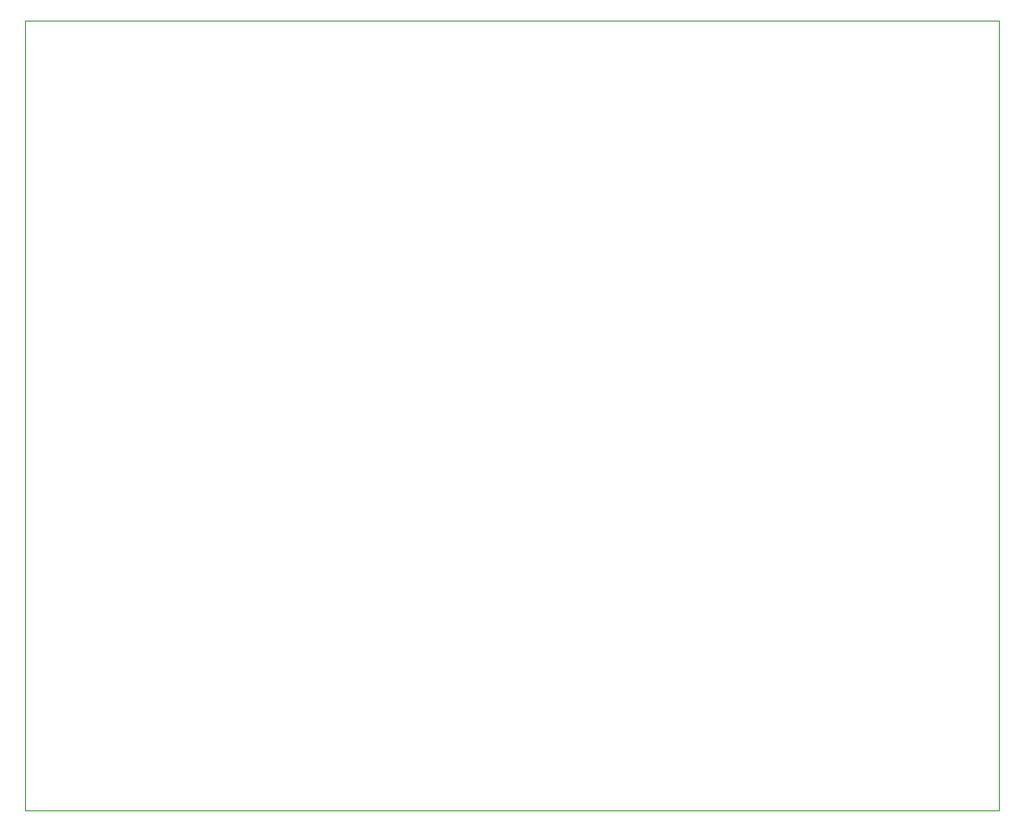
<source format=gbr>
%TF.GenerationSoftware,KiCad,Pcbnew,7.0.7*%
%TF.CreationDate,2024-02-14T21:09:05-05:00*%
%TF.ProjectId,Unified_Board,556e6966-6965-4645-9f42-6f6172642e6b,rev?*%
%TF.SameCoordinates,Original*%
%TF.FileFunction,Profile,NP*%
%FSLAX46Y46*%
G04 Gerber Fmt 4.6, Leading zero omitted, Abs format (unit mm)*
G04 Created by KiCad (PCBNEW 7.0.7) date 2024-02-14 21:09:05*
%MOMM*%
%LPD*%
G01*
G04 APERTURE LIST*
%TA.AperFunction,Profile*%
%ADD10C,0.100000*%
%TD*%
G04 APERTURE END LIST*
D10*
X70000000Y-34600000D02*
X162000000Y-34600000D01*
X162000000Y-109250000D01*
X70000000Y-109250000D01*
X70000000Y-34600000D01*
M02*

</source>
